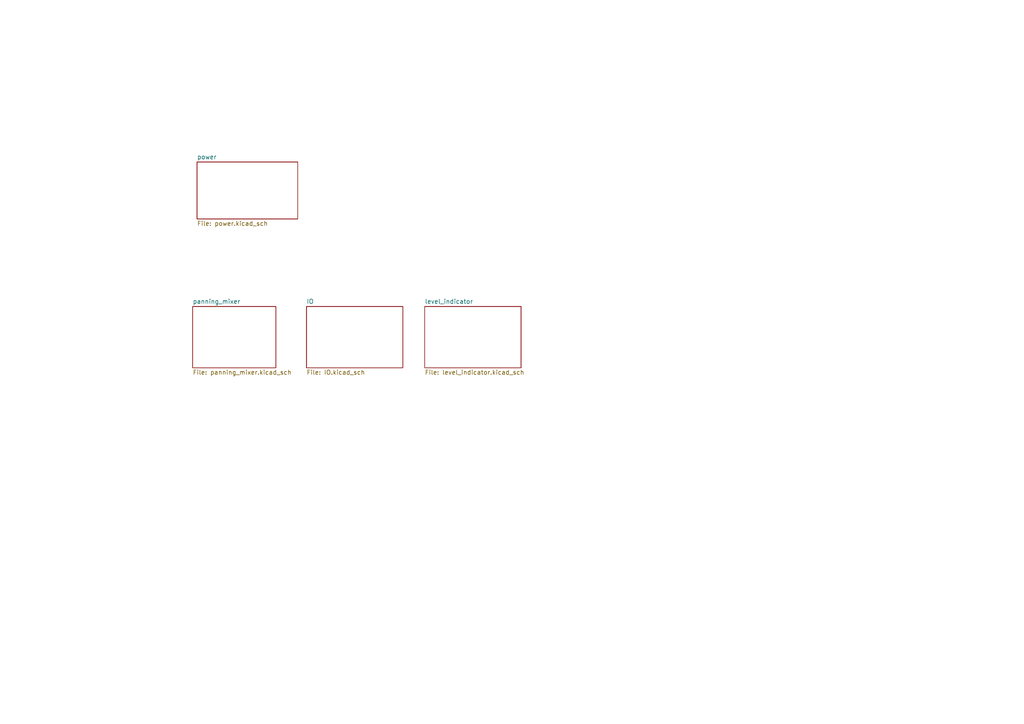
<source format=kicad_sch>
(kicad_sch (version 20230121) (generator eeschema)
  (paper "A4")
  (title_block (title "Eurorack Output Mixer Module") (rev "0") (company "SVG Synthesis"))
  (lib_symbols)
  (sheet (at 57.15 46.99) (size 29.21 16.51) (stroke (width 0.1524))
    (property "Sheetname" "power" (at 57.15 46.2784 0) (effects (justify left bottom)))
    (property "Sheetfile" "power.kicad_sch" (at 57.15 64.0846 0) (effects (justify left top)))
  )
  (sheet (at 88.9 88.9) (size 27.94 17.78) (stroke (width 0.1524))
    (property "Sheetname" "IO" (at 88.9 88.1884 0) (effects (justify left bottom)))
    (property "Sheetfile" "IO.kicad_sch" (at 88.9 107.2646 0) (effects (justify left top)))
  )
  (sheet (at 55.88 88.9) (size 24.13 17.78) (stroke (width 0.1524))
    (property "Sheetname" "panning_mixer" (at 55.88 88.1884 0) (effects (justify left bottom)))
    (property "Sheetfile" "panning_mixer.kicad_sch" (at 55.88 107.2646 0) (effects (justify left top)))
  )
  (sheet (at 123.19 88.9) (size 27.94 17.78) (stroke (width 0.1524))
    (property "Sheetname" "level_indicator" (at 123.19 88.1884 0) (effects (justify left bottom)))
    (property "Sheetfile" "level_indicator.kicad_sch" (at 123.19 107.2646 0) (effects (justify left top)))
  )
)
</source>
